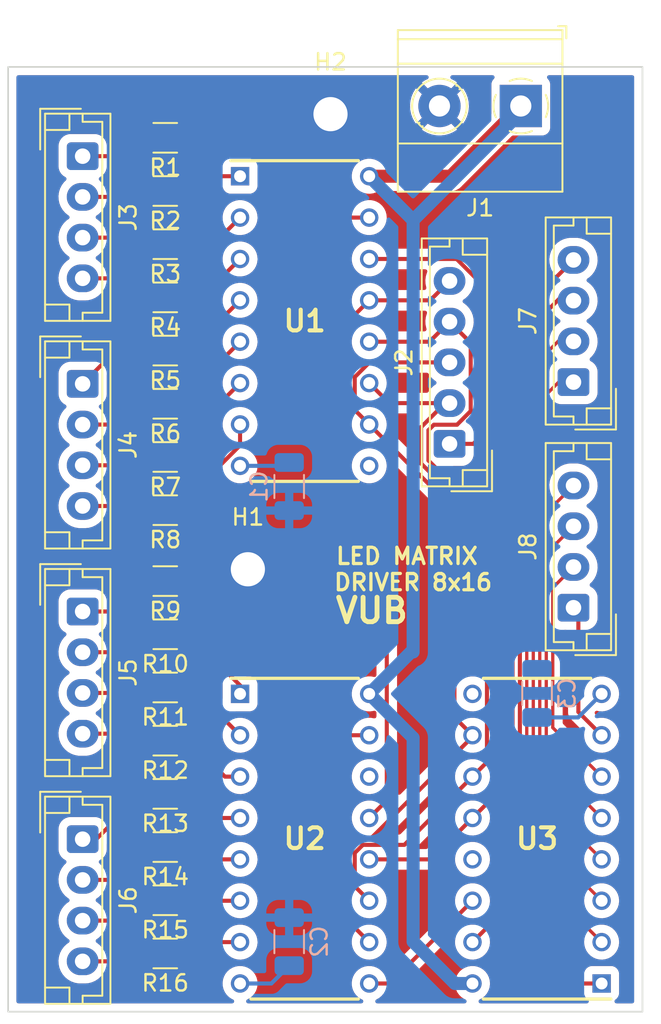
<source format=kicad_pcb>
(kicad_pcb (version 20211014) (generator pcbnew)
  (layers (0 "F.Cu" signal) (31 "B.Cu" signal) (34 "B.Paste" user) (35 "F.Paste" user) (36 "B.SilkS" user "B.Silkscreen") (37 "F.SilkS" user "F.Silkscreen") (38 "B.Mask" user) (39 "F.Mask" user) (44 "Edge.Cuts" user))
  (net 0 "")
  (net 1 "VCC")
  (net 2 "GND")
  (net 4 "Net-(R13-Pad1)")
  (net 5 "Net-(R16-Pad1)")
  (net 6 "Net-(C2-Pad1)")
  (net 7 "Net-(R6-Pad1)")
  (net 8 "Net-(R7-Pad1)")
  (net 9 "Net-(R8-Pad1)")
  (net 10 "Net-(C1-Pad1)")
  (net 11 "/COL5")
  (net 12 "/COL16")
  (net 13 "/COL15")
  (net 14 "/COL14")
  (net 15 "/COL4")
  (net 16 "/COL3")
  (net 17 "/COL2")
  (net 18 "/COL1")
  (net 19 "/SER1")
  (net 20 "/SRCLK1")
  (net 21 "/SRCLR1")
  (net 22 "/RCLK1")
  (net 23 "/OE1")
  (net 24 "/ROW1")
  (net 25 "/ROW2")
  (net 26 "/ROW3")
  (net 27 "/ROW4")
  (net 28 "/COL13")
  (net 29 "/COL9")
  (net 30 "/COL10")
  (net 31 "/COL11")
  (net 32 "/COL12")
  (net 33 "/COL6")
  (net 34 "/COL7")
  (net 35 "/COL8")
  (net 36 "Net-(R10-Pad1)")
  (net 37 "Net-(R9-Pad1)")
  (net 38 "Net-(R5-Pad1)")
  (net 39 "Net-(R4-Pad1)")
  (net 40 "Net-(R3-Pad1)")
  (net 41 "Net-(R2-Pad1)")
  (net 42 "Net-(R1-Pad1)")
  (net 43 "Net-(R11-Pad1)")
  (net 44 "Net-(R12-Pad1)")
  (net 45 "Net-(R14-Pad1)")
  (net 46 "Net-(R15-Pad1)")
  (net 47 "/OE2")
  (net 48 "/SER_ROWS")
  (net 49 "/SER1_B")
  (net 50 "Net-(C3-Pad1)")
  (net 51 "unconnected-(J4-Pad1)")
  (net 54 "/ROW8")
  (net 55 "/ROW7")
  (net 56 "/ROW6")
  (net 57 "/ROW5")
  (footprint "Connector_JST:JST_EH_B4B-EH-A_1x04_P2.50mm_Vertical" (layer "F.Cu") (at 68.58 91.48 -90)
    (fp_text reference "J3" (at 3.75 -2.8 90) (layer "F.SilkS"))
    (fp_text value "COL_1-4")
    (fp_line (start -2.61 2.31) (end 10.11 2.31) (layer "F.SilkS") (width 0.12))
    (fp_line (start 10.11 -1.71) (end -2.61 -1.71) (layer "F.SilkS") (width 0.12))
    (fp_line (start 9.61 -1.21) (end 9.61 0) (layer "F.SilkS") (width 0.12))
    (fp_line (start 9.61 0) (end 10.11 0) (layer "F.SilkS") (width 0.12))
    (fp_line (start 9.11 0.81) (end 9.11 2.31) (layer "F.SilkS") (width 0.12))
    (fp_line (start -2.11 0) (end -2.11 -1.21) (layer "F.SilkS") (width 0.12))
    (fp_line (start -2.61 0) (end -2.11 0) (layer "F.SilkS") (width 0.12))
    (fp_line (start 10.11 0.81) (end 9.11 0.81) (layer "F.SilkS") (width 0.12))
    (fp_line (start -2.61 0.81) (end -1.61 0.81) (layer "F.SilkS") (width 0.12))
    (fp_line (start -1.61 0.81) (end -1.61 2.31) (layer "F.SilkS") (width 0.12))
    (fp_line (start -2.11 -1.21) (end 9.61 -1.21) (layer "F.SilkS") (width 0.12))
    (fp_line (start -2.91 2.61) (end -0.41 2.61) (layer "F.SilkS") (width 0.12))
    (fp_line (start -2.61 -1.71) (end -2.61 2.31) (layer "F.SilkS") (width 0.12))
    (fp_line (start 10.11 2.31) (end 10.11 -1.71) (layer "F.SilkS") (width 0.12))
    (fp_line (start -2.91 0.11) (end -2.91 2.61) (layer "F.SilkS") (width 0.12))
    (pad "1" thru_hole roundrect (at 0 0 270) (size 1.7 1.95) (drill 0.95) (layers *.Cu *.Mask) (roundrect_rratio 0.147059))
    (pad "2" thru_hole oval (at 2.5 0 270) (size 1.7 1.95) (drill 0.95) (layers *.Cu *.Mask))
    (pad "3" thru_hole oval (at 5 0 270) (size 1.7 1.95) (drill 0.95) (layers *.Cu *.Mask) (net 16 "/COL3"))
    (pad "4" thru_hole oval (at 7.5 0 270) (size 1.7 1.95) (drill 0.95) (layers *.Cu *.Mask) (net 15 "/COL4"))
  )
  (footprint "Registers:DIP794W53P254L1930H508Q16N" (layer "F.Cu") (at 82.23 133.38)
    (fp_text reference "U2" (at 0 0) (layer "F.SilkS") (effects (font (size 1.27 1.27) (thickness 0.254))))
    (fp_text value "74HC595" hide)
    (fp_line (start -4.535 -9.845) (end 3.3 -9.845) (layer "F.SilkS") (width 0.2))
    (fp_line (start -3.3 9.845) (end 3.3 9.845) (layer "F.SilkS") (width 0.2))
    (pad "1" thru_hole rect locked (at -3.97 -8.89) (size 1.13 1.13) (drill 0.73) (layers *.Cu *.Mask) (net 36 "Net-(R10-Pad1)"))
    (pad "2" thru_hole circle locked (at -3.97 -6.35) (size 1.13 1.13) (drill 0.73) (layers *.Cu *.Mask) (net 43 "Net-(R11-Pad1)"))
    (pad "3" thru_hole circle locked (at -3.97 -3.81) (size 1.13 1.13) (drill 0.73) (layers *.Cu *.Mask) (net 44 "Net-(R12-Pad1)"))
    (pad "4" thru_hole circle locked (at -3.97 -1.27) (size 1.13 1.13) (drill 0.73) (layers *.Cu *.Mask) (net 4 "Net-(R13-Pad1)"))
    (pad "5" thru_hole circle locked (at -3.97 1.27) (size 1.13 1.13) (drill 0.73) (layers *.Cu *.Mask) (net 45 "Net-(R14-Pad1)"))
    (pad "6" thru_hole circle locked (at -3.97 3.81) (size 1.13 1.13) (drill 0.73) (layers *.Cu *.Mask) (net 46 "Net-(R15-Pad1)"))
    (pad "7" thru_hole circle locked (at -3.97 6.35) (size 1.13 1.13) (drill 0.73) (layers *.Cu *.Mask) (net 5 "Net-(R16-Pad1)"))
    (pad "8" thru_hole circle locked (at -3.97 8.89) (size 1.13 1.13) (drill 0.73) (layers *.Cu *.Mask) (net 6 "Net-(C2-Pad1)"))
    (pad "9" thru_hole circle locked (at 3.97 8.89) (size 1.13 1.13) (drill 0.73) (layers *.Cu *.Mask) (net 48 "/SER_ROWS"))
    (pad "10" thru_hole circle locked (at 3.97 6.35) (size 1.13 1.13) (drill 0.73) (layers *.Cu *.Mask) (net 21 "/SRCLR1"))
    (pad "11" thru_hole circle locked (at 3.97 3.81) (size 1.13 1.13) (drill 0.73) (layers *.Cu *.Mask) (net 20 "/SRCLK1"))
    (pad "12" thru_hole circle locked (at 3.97 1.27) (size 1.13 1.13) (drill 0.73) (layers *.Cu *.Mask) (net 22 "/RCLK1"))
    (pad "13" thru_hole circle locked (at 3.97 -1.27) (size 1.13 1.13) (drill 0.73) (layers *.Cu *.Mask) (net 23 "/OE1"))
    (pad "14" thru_hole circle locked (at 3.97 -3.81) (size 1.13 1.13) (drill 0.73) (layers *.Cu *.Mask) (net 49 "/SER1_B"))
    (pad "15" thru_hole circle locked (at 3.97 -6.35) (size 1.13 1.13) (drill 0.73) (layers *.Cu *.Mask) (net 37 "Net-(R9-Pad1)"))
    (pad "16" thru_hole circle locked (at 3.97 -8.89) (size 1.13 1.13) (drill 0.73) (layers *.Cu *.Mask) (net 1 "VCC"))
  )
  (footprint "Registers:DIP794W53P254L1930H508Q16N" (layer "F.Cu") (at 96.52 133.38 180)
    (fp_text reference "U3" (at 0 0) (layer "F.SilkS") (effects (font (size 1.27 1.27) (thickness 0.254))))
    (fp_text value "74HC595" hide)
    (fp_line (start -4.535 -9.845) (end 3.3 -9.845) (layer "F.SilkS") (width 0.2))
    (fp_line (start -3.3 9.845) (end 3.3 9.845) (layer "F.SilkS") (width 0.2))
    (pad "1" thru_hole rect locked (at -3.97 -8.89 180) (size 1.13 1.13) (drill 0.73) (layers *.Cu *.Mask) (net 25 "/ROW2"))
    (pad "2" thru_hole circle locked (at -3.97 -6.35 180) (size 1.13 1.13) (drill 0.73) (layers *.Cu *.Mask) (net 26 "/ROW3"))
    (pad "3" thru_hole circle locked (at -3.97 -3.81 180) (size 1.13 1.13) (drill 0.73) (layers *.Cu *.Mask) (net 27 "/ROW4"))
    (pad "4" thru_hole circle locked (at -3.97 -1.27 180) (size 1.13 1.13) (drill 0.73) (layers *.Cu *.Mask) (net 57 "/ROW5"))
    (pad "5" thru_hole circle locked (at -3.97 1.27 180) (size 1.13 1.13) (drill 0.73) (layers *.Cu *.Mask) (net 56 "/ROW6"))
    (pad "6" thru_hole circle locked (at -3.97 3.81 180) (size 1.13 1.13) (drill 0.73) (layers *.Cu *.Mask) (net 55 "/ROW7"))
    (pad "7" thru_hole circle locked (at -3.97 6.35 180) (size 1.13 1.13) (drill 0.73) (layers *.Cu *.Mask) (net 54 "/ROW8"))
    (pad "8" thru_hole circle locked (at -3.97 8.89 180) (size 1.13 1.13) (drill 0.73) (layers *.Cu *.Mask) (net 50 "Net-(C3-Pad1)"))
    (pad "9" thru_hole circle locked (at 3.97 8.89 180) (size 1.13 1.13) (drill 0.73) (layers *.Cu *.Mask))
    (pad "10" thru_hole circle locked (at 3.97 6.35 180) (size 1.13 1.13) (drill 0.73) (layers *.Cu *.Mask) (net 21 "/SRCLR1"))
    (pad "11" thru_hole circle locked (at 3.97 3.81 180) (size 1.13 1.13) (drill 0.73) (layers *.Cu *.Mask) (net 20 "/SRCLK1"))
    (pad "12" thru_hole circle locked (at 3.97 1.27 180) (size 1.13 1.13) (drill 0.73) (layers *.Cu *.Mask) (net 22 "/RCLK1"))
    (pad "13" thru_hole circle locked (at 3.97 -1.27 180) (size 1.13 1.13) (drill 0.73) (layers *.Cu *.Mask) (net 47 "/OE2"))
    (pad "14" thru_hole circle locked (at 3.97 -3.81 180) (size 1.13 1.13) (drill 0.73) (layers *.Cu *.Mask) (net 48 "/SER_ROWS"))
    (pad "15" thru_hole circle locked (at 3.97 -6.35 180) (size 1.13 1.13) (drill 0.73) (layers *.Cu *.Mask) (net 24 "/ROW1"))
    (pad "16" thru_hole circle locked (at 3.97 -8.89 180) (size 1.13 1.13) (drill 0.73) (layers *.Cu *.Mask) (net 1 "VCC"))
  )
  (footprint "Connector_JST:JST_EH_B4B-EH-A_1x04_P2.50mm_Vertical" (layer "F.Cu") (at 68.58 105.456666 -90)
    (fp_text reference "J4" (at 3.75 -2.8 90) (layer "F.SilkS"))
    (fp_text value "COL_5-8")
    (fp_line (start -2.91 0.11) (end -2.91 2.61) (layer "F.SilkS") (width 0.12))
    (fp_line (start -2.11 0) (end -2.11 -1.21) (layer "F.SilkS") (width 0.12))
    (fp_line (start 9.11 0.81) (end 9.11 2.31) (layer "F.SilkS") (width 0.12))
    (fp_line (start 9.61 0) (end 10.11 0) (layer "F.SilkS") (width 0.12))
    (fp_line (start 9.61 -1.21) (end 9.61 0) (layer "F.SilkS") (width 0.12))
    (fp_line (start -2.61 0.81) (end -1.61 0.81) (layer "F.SilkS") (width 0.12))
    (fp_line (start -2.61 2.31) (end 10.11 2.31) (layer "F.SilkS") (width 0.12))
    (fp_line (start -2.91 2.61) (end -0.41 2.61) (layer "F.SilkS") (width 0.12))
    (fp_line (start -2.11 -1.21) (end 9.61 -1.21) (layer "F.SilkS") (width 0.12))
    (fp_line (start 10.11 -1.71) (end -2.61 -1.71) (layer "F.SilkS") (width 0.12))
    (fp_line (start 10.11 2.31) (end 10.11 -1.71) (layer "F.SilkS") (width 0.12))
    (fp_line (start -2.61 -1.71) (end -2.61 2.31) (layer "F.SilkS") (width 0.12))
    (fp_line (start -1.61 0.81) (end -1.61 2.31) (layer "F.SilkS") (width 0.12))
    (fp_line (start -2.61 0) (end -2.11 0) (layer "F.SilkS") (width 0.12))
    (fp_line (start 10.11 0.81) (end 9.11 0.81) (layer "F.SilkS") (width 0.12))
    (pad "1" thru_hole roundrect (at 0 0 270) (size 1.7 1.95) (drill 0.95) (layers *.Cu *.Mask) (roundrect_rratio 0.147059) (net 51 "unconnected-(J4-Pad1)"))
    (pad "2" thru_hole oval (at 2.5 0 270) (size 1.7 1.95) (drill 0.95) (layers *.Cu *.Mask) (net 33 "/COL6"))
    (pad "3" thru_hole oval (at 5 0 270) (size 1.7 1.95) (drill 0.95) (layers *.Cu *.Mask) (net 34 "/COL7"))
    (pad "4" thru_hole oval (at 7.5 0 270) (size 1.7 1.95) (drill 0.95) (layers *.Cu *.Mask) (net 35 "/COL8"))
  )
  (footprint "Resistor_SMD:R_1206_3216Metric" (layer "F.Cu") (at 73.66 109.945714 180)
    (fp_text reference "R7" (at 0 -1.82) (layer "F.SilkS"))
    (fp_text value "R300")
    (fp_line (start -0.727064 -0.91) (end 0.727064 -0.91) (layer "F.SilkS") (width 0.12))
    (fp_line (start -0.727064 0.91) (end 0.727064 0.91) (layer "F.SilkS") (width 0.12))
    (pad "1" smd roundrect (at -1.4625 0 180) (size 1.125 1.75) (layers "F.Cu" "F.Paste" "F.Mask") (roundrect_rratio 0.222222) (net 8 "Net-(R7-Pad1)"))
    (pad "2" smd roundrect (at 1.4625 0 180) (size 1.125 1.75) (layers "F.Cu" "F.Paste" "F.Mask") (roundrect_rratio 0.222222) (net 34 "/COL7"))
  )
  (footprint "Resistor_SMD:R_1206_3216Metric" (layer "F.Cu") (at 73.66 106.68 180)
    (fp_text reference "R6" (at 0 -1.82) (layer "F.SilkS"))
    (fp_text value "R300")
    (fp_line (start -0.727064 -0.91) (end 0.727064 -0.91) (layer "F.SilkS") (width 0.12))
    (fp_line (start -0.727064 0.91) (end 0.727064 0.91) (layer "F.SilkS") (width 0.12))
    (pad "1" smd roundrect (at -1.4625 0 180) (size 1.125 1.75) (layers "F.Cu" "F.Paste" "F.Mask") (roundrect_rratio 0.222222) (net 7 "Net-(R6-Pad1)"))
    (pad "2" smd roundrect (at 1.4625 0 180) (size 1.125 1.75) (layers "F.Cu" "F.Paste" "F.Mask") (roundrect_rratio 0.222222) (net 33 "/COL6"))
  )
  (footprint "Resistor_SMD:R_1206_3216Metric" (layer "F.Cu") (at 73.66 130.628572 180)
    (fp_text reference "R13" (at 0 -1.82) (layer "F.SilkS"))
    (fp_text value "R300")
    (fp_line (start -0.727064 0.91) (end 0.727064 0.91) (layer "F.SilkS") (width 0.12))
    (fp_line (start -0.727064 -0.91) (end 0.727064 -0.91) (layer "F.SilkS") (width 0.12))
    (pad "1" smd roundrect (at -1.4625 0 180) (size 1.125 1.75) (layers "F.Cu" "F.Paste" "F.Mask") (roundrect_rratio 0.222222) (net 4 "Net-(R13-Pad1)"))
    (pad "2" smd roundrect (at 1.4625 0 180) (size 1.125 1.75) (layers "F.Cu" "F.Paste" "F.Mask") (roundrect_rratio 0.222222) (net 28 "/COL13"))
  )
  (footprint "Connector_JST:JST_EH_B4B-EH-A_1x04_P2.50mm_Vertical" (layer "F.Cu") (at 98.76 119.2 90)
    (fp_text reference "J8" (at 3.75 -2.8 90) (layer "F.SilkS"))
    (fp_text value "ROW_5-8")
    (fp_line (start -2.91 2.61) (end -0.41 2.61) (layer "F.SilkS") (width 0.12))
    (fp_line (start -2.61 0) (end -2.11 0) (layer "F.SilkS") (width 0.12))
    (fp_line (start -1.61 0.81) (end -1.61 2.31) (layer "F.SilkS") (width 0.12))
    (fp_line (start -2.11 -1.21) (end 9.61 -1.21) (layer "F.SilkS") (width 0.12))
    (fp_line (start -2.91 0.11) (end -2.91 2.61) (layer "F.SilkS") (width 0.12))
    (fp_line (start 9.61 0) (end 10.11 0) (layer "F.SilkS") (width 0.12))
    (fp_line (start 10.11 0.81) (end 9.11 0.81) (layer "F.SilkS") (width 0.12))
    (fp_line (start 10.11 2.31) (end 10.11 -1.71) (layer "F.SilkS") (width 0.12))
    (fp_line (start 9.61 -1.21) (end 9.61 0) (layer "F.SilkS") (width 0.12))
    (fp_line (start -2.11 0) (end -2.11 -1.21) (layer "F.SilkS") (width 0.12))
    (fp_line (start -2.61 0.81) (end -1.61 0.81) (layer "F.SilkS") (width 0.12))
    (fp_line (start 9.11 0.81) (end 9.11 2.31) (layer "F.SilkS") (width 0.12))
    (fp_line (start -2.61 2.31) (end 10.11 2.31) (layer "F.SilkS") (width 0.12))
    (fp_line (start 10.11 -1.71) (end -2.61 -1.71) (layer "F.SilkS") (width 0.12))
    (fp_line (start -2.61 -1.71) (end -2.61 2.31) (layer "F.SilkS") (width 0.12))
    (pad "1" thru_hole roundrect (at 0 0 90) (size 1.7 1.95) (drill 0.95) (layers *.Cu *.Mask) (roundrect_rratio 0.147059) (net 54 "/ROW8"))
    (pad "2" thru_hole oval (at 2.5 0 90) (size 1.7 1.95) (drill 0.95) (layers *.Cu *.Mask) (net 55 "/ROW7"))
    (pad "3" thru_hole oval (at 5 0 90) (size 1.7 1.95) (drill 0.95) (layers *.Cu *.Mask) (net 56 "/ROW6"))
    (pad "4" thru_hole oval (at 7.5 0 90) (size 1.7 1.95) (drill 0.95) (layers *.Cu *.Mask) (net 57 "/ROW5"))
  )
  (footprint "MountingHole:MountingHole_2.1mm" (layer "F.Cu") (at 83.82 88.9)
    (fp_text reference "H2" (at 0 -3.2) (layer "F.SilkS"))
    (fp_text value "MountingHole")
    (pad "" np_thru_hole circle (at 0 0) (size 2.1 2.1) (drill 2.1) (layers *.Cu *.Mask))
  )
  (footprint "Resistor_SMD:R_1206_3216Metric" (layer "F.Cu") (at 73.66 90.35143 180)
    (fp_text reference "R1" (at 0 -1.82) (layer "F.SilkS"))
    (fp_text value "R300")
    (fp_line (start -0.727064 -0.91) (end 0.727064 -0.91) (layer "F.SilkS") (width 0.12))
    (fp_line (start -0.727064 0.91) (end 0.727064 0.91) (layer "F.SilkS") (width 0.12))
    (pad "1" smd roundrect (at -1.4625 0 180) (size 1.125 1.75) (layers "F.Cu" "F.Paste" "F.Mask") (roundrect_rratio 0.222222) (net 42 "Net-(R1-Pad1)"))
    (pad "2" smd roundrect (at 1.4625 0 180) (size 1.125 1.75) (layers "F.Cu" "F.Paste" "F.Mask") (roundrect_rratio 0.222222) (net 18 "/COL1"))
  )
  (footprint "MountingHole:MountingHole_2.1mm" (layer "F.Cu") (at 78.74 116.84)
    (fp_text reference "H1" (at 0 -3.2) (layer "F.SilkS"))
    (fp_text value "MountingHole")
    (pad "" np_thru_hole circle (at 0 0) (size 2.1 2.1) (drill 2.1) (layers *.Cu *.Mask))
  )
  (footprint "Connector_JST:JST_EH_B4B-EH-A_1x04_P2.50mm_Vertical" (layer "F.Cu") (at 68.58 119.433332 -90)
    (fp_text reference "J5" (at 3.75 -2.8 90) (layer "F.SilkS"))
    (fp_text value "COL_9-12")
    (fp_line (start -2.91 0.11) (end -2.91 2.61) (layer "F.SilkS") (width 0.12))
    (fp_line (start -2.61 0.81) (end -1.61 0.81) (layer "F.SilkS") (width 0.12))
    (fp_line (start -2.11 0) (end -2.11 -1.21) (layer "F.SilkS") (width 0.12))
    (fp_line (start -2.91 2.61) (end -0.41 2.61) (layer "F.SilkS") (width 0.12))
    (fp_line (start 9.11 0.81) (end 9.11 2.31) (layer "F.SilkS") (width 0.12))
    (fp_line (start 10.11 -1.71) (end -2.61 -1.71) (layer "F.SilkS") (width 0.12))
    (fp_line (start -2.11 -1.21) (end 9.61 -1.21) (layer "F.SilkS") (width 0.12))
    (fp_line (start -2.61 -1.71) (end -2.61 2.31) (layer "F.SilkS") (width 0.12))
    (fp_line (start 9.61 -1.21) (end 9.61 0) (layer "F.SilkS") (width 0.12))
    (fp_line (start 9.61 0) (end 10.11 0) (layer "F.SilkS") (width 0.12))
    (fp_line (start -2.61 0) (end -2.11 0) (layer "F.SilkS") (width 0.12))
    (fp_line (start -2.61 2.31) (end 10.11 2.31) (layer "F.SilkS") (width 0.12))
    (fp_line (start 10.11 2.31) (end 10.11 -1.71) (layer "F.SilkS") (width 0.12))
    (fp_line (start -1.61 0.81) (end -1.61 2.31) (layer "F.SilkS") (width 0.12))
    (fp_line (start 10.11 0.81) (end 9.11 0.81) (layer "F.SilkS") (width 0.12))
    (pad "1" thru_hole roundrect (at 0 0 270) (size 1.7 1.95) (drill 0.95) (layers *.Cu *.Mask) (roundrect_rratio 0.147059) (net 29 "/COL9"))
    (pad "2" thru_hole oval (at 2.5 0 270) (size 1.7 1.95) (drill 0.95) (layers *.Cu *.Mask) (net 30 "/COL10"))
    (pad "3" thru_hole oval (at 5 0 270) (size 1.7 1.95) (drill 0.95) (layers *.Cu *.Mask) (net 31 "/COL11"))
    (pad "4" thru_hole oval (at 7.5 0 270) (size 1.7 1.95) (drill 0.95) (layers *.Cu *.Mask) (net 32 "/COL12"))
  )
  (footprint "Connector_JST:JST_EH_B4B-EH-A_1x04_P2.50mm_Vertical" (layer "F.Cu") (at 98.76 105.35 90)
    (fp_text reference "J7" (at 3.75 -2.8 90) (layer "F.SilkS"))
    (fp_text value "ROW_1-4")
    (fp_line (start 10.11 -1.71) (end -2.61 -1.71) (layer "F.SilkS") (width 0.12))
    (fp_line (start 10.11 2.31) (end 10.11 -1.71) (layer "F.SilkS") (width 0.12))
    (fp_line (start 10.11 0.81) (end 9.11 0.81) (layer "F.SilkS") (width 0.12))
    (fp_line (start -2.61 2.31) (end 10.11 2.31) (layer "F.SilkS") (width 0.12))
    (fp_line (start 9.11 0.81) (end 9.11 2.31) (layer "F.SilkS") (width 0.12))
    (fp_line (start -2.61 0.81) (end -1.61 0.81) (layer "F.SilkS") (width 0.12))
    (fp_line (start -2.11 -1.21) (end 9.61 -1.21) (layer "F.SilkS") (width 0.12))
    (fp_line (start 9.61 0) (end 10.11 0) (layer "F.SilkS") (width 0.12))
    (fp_line (start -2.91 2.61) (end -0.41 2.61) (layer "F.SilkS") (width 0.12))
    (fp_line (start -2.11 0) (end -2.11 -1.21) (layer "F.SilkS") (width 0.12))
    (fp_line (start 9.61 -1.21) (end 9.61 0) (layer "F.SilkS") (width 0.12))
    (fp_line (start -2.61 0) (end -2.11 0) (layer "F.SilkS") (width 0.12))
    (fp_line (start -1.61 0.81) (end -1.61 2.31) (layer "F.SilkS") (width 0.12))
    (fp_line (start -2.61 -1.71) (end -2.61 2.31) (layer "F.SilkS") (width 0.12))
    (fp_line (start -2.91 0.11) (end -2.91 2.61) (layer "F.SilkS") (width 0.12))
    (pad "1" thru_hole roundrect (at 0 0 90) (size 1.7 1.95) (drill 0.95) (layers *.Cu *.Mask) (roundrect_rratio 0.147059) (net 27 "/ROW4"))
    (pad "2" thru_hole oval (at 2.5 0 90) (size 1.7 1.95) (drill 0.95) (layers *.Cu *.Mask) (net 26 "/ROW3"))
    (pad "3" thru_hole oval (at 5 0 90) (size 1.7 1.95) (drill 0.95) (layers *.Cu *.Mask) (net 25 "/ROW2"))
    (pad "4" thru_hole oval (at 7.5 0 90) (size 1.7 1.95) (drill 0.95) (layers *.Cu *.Mask) (net 24 "/ROW1"))
  )
  (footprint "Resistor_SMD:R_1206_3216Metric" (layer "F.Cu") (at 73.66 124.097144 180)
    (fp_text reference "R11" (at 0 -1.82) (layer "F.SilkS"))
    (fp_text value "R300")
    (fp_line (start -0.727064 0.91) (end 0.727064 0.91) (layer "F.SilkS") (width 0.12))
    (fp_line (start -0.727064 -0.91) (end 0.727064 -0.91) (layer "F.SilkS") (width 0.12))
    (pad "1" smd roundrect (at -1.4625 0 180) (size 1.125 1.75) (layers "F.Cu" "F.Paste" "F.Mask") (roundrect_rratio 0.222222) (net 43 "Net-(R11-Pad1)"))
    (pad "2" smd roundrect (at 1.4625 0 180) (size 1.125 1.75) (layers "F.Cu" "F.Paste" "F.Mask") (roundrect_rratio 0.222222) (net 31 "/COL11"))
  )
  (footprint "Resistor_SMD:R_1206_3216Metric" (layer "F.Cu") (at 73.66 103.414286 180)
    (fp_text reference "R5" (at 0 -1.82) (layer "F.SilkS"))
    (fp_text value "R300")
    (fp_line (start -0.727064 -0.91) (end 0.727064 -0.91) (layer "F.SilkS") (width 0.12))
    (fp_line (start -0.727064 0.91) (end 0.727064 0.91) (layer "F.SilkS") (width 0.12))
    (pad "1" smd roundrect (at -1.4625 0 180) (size 1.125 1.75) (layers "F.Cu" "F.Paste" "F.Mask") (roundrect_rratio 0.222222) (net 38 "Net-(R5-Pad1)"))
    (pad "2" smd roundrect (at 1.4625 0 180) (size 1.125 1.75) (layers "F.Cu" "F.Paste" "F.Mask") (roundrect_rratio 0.222222) (net 11 "/COL5"))
  )
  (footprint "Registers:DIP794W53P254L1930H508Q16N" (layer "F.Cu") (at 82.23 101.6)
    (fp_text reference "U1" (at 0 0) (layer "F.SilkS") (effects (font (size 1.27 1.27) (thickness 0.254))))
    (fp_text value "74HC595" hide)
    (fp_line (start -4.535 -9.845) (end 3.3 -9.845) (layer "F.SilkS") (width 0.2))
    (fp_line (start -3.3 9.845) (end 3.3 9.845) (layer "F.SilkS") (width 0.2))
    (pad "1" thru_hole rect locked (at -3.97 -8.89) (size 1.13 1.13) (drill 0.73) (layers *.Cu *.Mask) (net 41 "Net-(R2-Pad1)"))
    (pad "2" thru_hole circle locked (at -3.97 -6.35) (size 1.13 1.13) (drill 0.73) (layers *.Cu *.Mask) (net 40 "Net-(R3-Pad1)"))
    (pad "3" thru_hole circle locked (at -3.97 -3.81) (size 1.13 1.13) (drill 0.73) (layers *.Cu *.Mask) (net 39 "Net-(R4-Pad1)"))
    (pad "4" thru_hole circle locked (at -3.97 -1.27) (size 1.13 1.13) (drill 0.73) (layers *.Cu *.Mask) (net 38 "Net-(R5-Pad1)"))
    (pad "5" thru_hole circle locked (at -3.97 1.27) (size 1.13 1.13) (drill 0.73) (layers *.Cu *.Mask) (net 7 "Net-(R6-Pad1)"))
    (pad "6" thru_hole circle locked (at -3.97 3.81) (size 1.13 1.13) (drill 0.73) (layers *.Cu *.Mask) (net 8 "Net-(R7-Pad1)"))
    (pad "7" thru_hole circle locked (at -3.97 6.35) (size 1.13 1.13) (drill 0.73) (layers *.Cu *.Mask) (net 9 "Net-(R8-Pad1)"))
    (pad "8" thru_hole circle locked (at -3.97 8.89) (size 1.13 1.13) (drill 0.73) (layers *.Cu *.Mask) (net 10 "Net-(C1-Pad1)"))
    (pad "9" thru_hole circle locked (at 3.97 8.89) (size 1.13 1.13) (drill 0.73) (layers *.Cu *.Mask) (net 49 "/SER1_B"))
    (pad "10" thru_hole circle locked (at 3.97 6.35) (size 1.13 1.13) (drill 0.73) (layers *.Cu *.Mask) (net 21 "/SRCLR1"))
    (pad "11" thru_hole circle locked (at 3.97 3.81) (size 1.13 1.13) (drill 0.73) (layers *.Cu *.Mask) (net 20 "/SRCLK1"))
    (pad "12" thru_hole circle locked (at 3.97 1.27) (size 1.13 1.13) (drill 0.73) (layers *.Cu *.Mask) (net 22 "/RCLK1"))
    (pad "13" thru_hole circle locked (at 3.97 -1.27) (size 1.13 1.13) (drill 0.73) (layers *.Cu *.Mask) (net 23 "/OE1"))
    (pad "14" thru_hole circle locked (at 3.97 -3.81) (size 1.13 1.13) (drill 0.73) (layers *.Cu *.Mask) (net 19 "/SER1"))
    (pad "15" thru_hole circle locked (at 3.97 -6.35) (size 1.13 1.13) (drill 0.73) (layers *.Cu *.Mask) (net 42 "Net-(R1-Pad1)"))
    (pad "16" thru_hole circle locked (at 3.97 -8.89) (size 1.13 1.13) (drill 0.73) (layers *.Cu *.Mask) (net 1 "VCC"))
  )
  (footprint "Connector_JST:JST_EH_B4B-EH-A_1x04_P2.50mm_Vertical" (layer "F.Cu") (at 68.58 133.41 -90)
    (fp_text reference "J6" (at 3.75 -2.8 90) (layer "F.SilkS"))
    (fp_text value "COL_13-16")
    (fp_line (start -2.61 0) (end -2.11 0) (layer "F.SilkS") (width 0.12))
    (fp_line (start 9.11 0.81) (end 9.11 2.31) (layer "F.SilkS") (width 0.12))
    (fp_line (start -2.91 0.11) (end -2.91 2.61) (layer "F.SilkS") (width 0.12))
    (fp_line (start 9.61 -1.21) (end 9.61 0) (layer "F.SilkS") (width 0.12))
    (fp_line (start -2.61 -1.71) (end -2.61 2.31) (layer "F.SilkS") (width 0.12))
    (fp_line (start -2.11 -1.21) (end 9.61 -1.21) (layer "F.SilkS") (width 0.12))
    (fp_line (start 10.11 0.81) (end 9.11 0.81) (layer "F.SilkS") (width 0.12))
    (fp_line (start -2.61 2.31) (end 10.11 2.31) (layer "F.SilkS") (width 0.12))
    (fp_line (start -2.11 0) (end -2.11 -1.21) (layer "F.SilkS") (width 0.12))
    (fp_line (start 10.11 2.31) (end 10.11 -1.71) (layer "F.SilkS") (width 0.12))
    (fp_line (start -2.61 0.81) (end -1.61 0.81) (layer "F.SilkS") (width 0.12))
    (fp_line (start -1.61 0.81) (end -1.61 2.31) (layer "F.SilkS") (width 0.12))
    (fp_line (start 9.61 0) (end 10.11 0) (layer "F.SilkS") (width 0.12))
    (fp_line (start 10.11 -1.71) (end -2.61 -1.71) (layer "F.SilkS") (width 0.12))
    (fp_line (start -2.91 2.61) (end -0.41 2.61) (layer "F.SilkS") (width 0.12))
    (pad "1" thru_hole roundrect (at 0 0 270) (size 1.7 1.95) (drill 0.95) (layers *.Cu *.Mask) (roundrect_rratio 0.147059) (net 28 "/COL13"))
    (pad "2" thru_hole oval (at 2.5 0 270) (size 1.7 1.95) (drill 0.95) (layers *.Cu *.Mask) (net 14 "/COL14"))
    (pad "3" thru_hole oval (at 5 0 270) (size 1.7 1.95) (drill 0.95) (layers *.Cu *.Mask) (net 13 "/COL15"))
    (pad "4" thru_hole oval (at 7.5 0 270) (size 1.7 1.95) (drill 0.95) (layers *.Cu *.Mask) (net 12 "/COL16"))
  )
  (footprint "Resistor_SMD:R_1206_3216Metric" (layer "F.Cu") (at 73.66 100.148572 180)
    (fp_text reference "R4" (at 0 -1.82) (layer "F.SilkS"))
    (fp_text value "R300")
    (fp_line (start -0.727064 0.91) (end 0.727064 0.91) (layer "F.SilkS") (width 0.12))
    (fp_line (start -0.727064 -0.91) (end 0.727064 -0.91) (layer "F.SilkS") (width 0.12))
    (pad "1" smd roundrect (at -1.4625 0 180) (size 1.125 1.75) (layers "F.Cu" "F.Paste" "F.Mask") (roundrect_rratio 0.222222) (net 39 "Net-(R4-Pad1)"))
    (pad "2" smd roundrect (at 1.4625 0 180) (size 1.125 1.75) (layers "F.Cu" "F.Paste" "F.Mask") (roundrect_rratio 0.222222) (net 15 "/COL4"))
  )
  (footprint "Resistor_SMD:R_1206_3216Metric" (layer "F.Cu") (at 73.66 117.565716 180)
    (fp_text reference "R9" (at 0 -1.82) (layer "F.SilkS"))
    (fp_text value "R300")
    (fp_line (start -0.727064 0.91) (end 0.727064 0.91) (layer "F.SilkS") (width 0.12))
    (fp_line (start -0.727064 -0.91) (end 0.727064 -0.91) (layer "F.SilkS") (width 0.12))
    (pad "1" smd roundrect (at -1.4625 0 180) (size 1.125 1.75) (layers "F.Cu" "F.Paste" "F.Mask") (roundrect_rratio 0.222222) (net 37 "Net-(R9-Pad1)"))
    (pad "2" smd roundrect (at 1.4625 0 180) (size 1.125 1.75) (layers "F.Cu" "F.Paste" "F.Mask") (roundrect_rratio 0.222222) (net 29 "/COL9"))
  )
  (footprint "Connector_JST:JST_EH_B5B-EH-A_1x05_P2.50mm_Vertical" (layer "F.Cu") (at 91.14 109.14 90)
    (fp_text reference "J2" (at 5 -2.8 90) (layer "F.SilkS"))
    (fp_text value "SHIFT")
    (fp_line (start 12.61 -1.71) (end -2.61 -1.71) (layer "F.SilkS") (width 0.12))
    (fp_line (start 12.11 -1.21) (end 12.11 0) (layer "F.SilkS") (width 0.12))
    (fp_line (start 12.61 2.31) (end 12.61 -1.71) (layer "F.SilkS") (width 0.12))
    (fp_line (start 11.61 0.81) (end 11.61 2.31) (layer "F.SilkS") (width 0.12))
    (fp_line (start -2.11 0) (end -2.11 -1.21) (layer "F.SilkS") (width 0.12))
    (fp_line (start -2.91 2.61) (end -0.41 2.61) (layer "F.SilkS") (width 0.12))
    (fp_line (start -2.61 2.31) (end 12.61 2.31) (layer "F.SilkS") (width 0.12))
    (fp_line (start -1.61 0.81) (end -1.61 2.31) (layer "F.SilkS") (width 0.12))
    (fp_line (start -2.11 -1.21) (end 12.11 -1.21) (layer "F.SilkS") (width 0.12))
    (fp_line (start -2.61 -1.71) (end -2.61 2.31) (layer "F.SilkS") (width 0.12))
    (fp_line (start -2.61 0) (end -2.11 0) (layer "F.SilkS") (width 0.12))
    (fp_line (start -2.91 0.11) (end -2.91 2.61) (layer "F.SilkS") (width 0.12))
    (fp_line (start 12.11 0) (end 12.61 0) (layer "F.SilkS") (width 0.12))
    (fp_line (start 12.61 0.81) (end 11.61 0.81) (layer "F.SilkS") (width 0.12))
    (fp_line (start -2.61 0.81) (end -1.61 0.81) (layer "F.SilkS") (width 0.12))
    (pad "1" thru_hole roundrect (at 0 0 90) (size 1.7 1.95) (drill 0.95) (layers *.Cu *.Mask) (roundrect_rratio 0.147059) (net 19 "/SER1"))
    (pad "2" thru_hole oval (at 2.5 0 90) (size 1.7 1.95) (drill 0.95) (layers *.Cu *.Mask) (net 20 "/SRCLK1"))
    (pad "3" thru_hole oval (at 5 0 90) (size 1.7 1.95) (drill 0.95) (layers *.Cu *.Mask) (net 21 "/SRCLR1"))
    (pad "4" thru_hole oval (at 7.5 0 90) (size 1.7 1.95) (drill 0.95) (layers *.Cu *.Mask) (net 22 "/RCLK1"))
    (pad "5" thru_hole oval (at 10 0 90) (size 1.7 1.95) (drill 0.95) (layers *.Cu *.Mask) (net 23 "/OE1"))
  )
  (footprint "TerminalBlock_Phoenix:TerminalBlock_Phoenix_MKDS-1,5-2_1x02_P5.00mm_Horizontal" (layer "F.Cu") (at 95.52 88.4 180)
    (fp_text reference "J1" (at 2.5 -6.26) (layer "F.SilkS"))
    (fp_text value "POWER")
    (fp_line (start 7.56 -5.261) (end 7.56 4.66) (layer "F.SilkS") (width 0.12))
    (fp_line (start 6.07 -1.275) (end 6.035 -1.239) (layer "F.SilkS") (width 0.12))
    (fp_line (start -2.56 -5.261) (end -2.56 4.66) (layer "F.SilkS") (width 0.12))
    (fp_line (start -2.56 -5.261) (end 7.56 -5.261) (layer "F.SilkS") (width 0.12))
    (fp_line (start 3.966 1.239) (end 3.931 1.274) (layer "F.SilkS") (width 0.12))
    (fp_line (start -2.56 4.66) (end 7.56 4.66) (layer "F.SilkS") (width 0.12))
    (fp_line (start -2.56 4.1) (end 7.56 4.1) (layer "F.SilkS") (width 0.12))
    (fp_line (start -2.56 -2.301) (end 7.56 -2.301) (layer "F.SilkS") (width 0.12))
    (fp_line (start -2.8 4.9) (end -2.3 4.9) (layer "F.SilkS") (width 0.12))
    (fp_line (start -2.8 4.16) (end -2.8 4.9) (layer "F.SilkS") (width 0.12))
    (fp_line (start -2.56 2.6) (end 7.56 2.6) (layer "F.SilkS") (width 0.12))
    (fp_line (start 3.773 1.023) (end 3.726 1.069) (layer "F.SilkS") (width 0.12))
    (fp_line (start 6.275 -1.069) (end 6.228 -1.023) (layer "F.SilkS") (width 0.12))
    (fp_arc (start -0.683042 -1.535427) (mid 0.000524 -1.680501) (end 0.684 -1.535) (layer "F.SilkS") (width 0.12))
    (fp_arc (start 0.028805 1.680253) (mid -0.335551 1.646659) (end -0.684 1.535) (layer "F.SilkS") (width 0.12))
    (fp_arc (start -1.535427 0.683042) (mid -1.680501 -0.000524) (end -1.535 -0.684) (layer "F.SilkS") (width 0.12))
    (fp_arc (start 1.535427 -0.683042) (mid 1.680501 0.000524) (end 1.535 0.684) (layer "F.SilkS") (width 0.12))
    (fp_arc (start 0.683318 1.534756) (mid 0.349292 1.643288) (end 0 1.68) (layer "F.SilkS") (width 0.12))
    (fp_circle (center 5 0) (end 6.68 0) (layer "F.SilkS") (width 0.12) (fill none))
    (pad "1" thru_hole rect (at 0 0 180) (size 2.6 2.6) (drill 1.3) (layers *.Cu *.Mask) (net 1 "VCC"))
    (pad "2" thru_hole circle (at 5 0 180) (size 2.6 2.6) (drill 1.3) (layers *.Cu *.Mask) (net 2 "GND"))
  )
  (footprint "Resistor_SMD:R_1206_3216Metric" (layer "F.Cu") (at 73.66 120.83143 180)
    (fp_text reference "R10" (at 0 -1.82) (layer "F.SilkS"))
    (fp_text value "R300")
    (fp_line (start -0.727064 0.91) (end 0.727064 0.91) (layer "F.SilkS") (width 0.12))
    (fp_line (start -0.727064 -0.91) (end 0.727064 -0.91) (layer "F.SilkS") (width 0.12))
    (pad "1" smd roundrect (at -1.4625 0 180) (size 1.125 1.75) (layers "F.Cu" "F.Paste" "F.Mask") (roundrect_rratio 0.222222) (net 36 "Net-(R10-Pad1)"))
    (pad "2" smd roundrect (at 1.4625 0 180) (size 1.125 1.75) (layers "F.Cu" "F.Paste" "F.Mask") (roundrect_rratio 0.222222) (net 30 "/COL10"))
  )
  (footprint "Resistor_SMD:R_1206_3216Metric" (layer "F.Cu") (at 73.66 140.425716 180)
    (fp_text reference "R16" (at 0 -1.82) (layer "F.SilkS"))
    (fp_text value "R300")
    (fp_line (start -0.727064 -0.91) (end 0.727064 -0.91) (layer "F.SilkS") (width 0.12))
    (fp_line (start -0.727064 0.91) (end 0.727064 0.91) (layer "F.SilkS") (width 0.12))
    (pad "1" smd roundrect (at -1.4625 0 180) (size 1.125 1.75) (layers "F.Cu" "F.Paste" "F.Mask") (roundrect_rratio 0.222222) (net 5 "Net-(R16-Pad1)"))
    (pad "2" smd roundrect (at 1.4625 0 180) (size 1.125 1.75) (layers "F.Cu" "F.Paste" "F.Mask") (roundrect_rratio 0.222222) (net 12 "/COL16"))
  )
  (footprint "Resistor_SMD:R_1206_3216Metric" (layer "F.Cu") (at 73.66 93.617144 180)
    (fp_text reference "R2" (at 0 -1.82) (layer "F.SilkS"))
    (fp_text value "R300")
    (fp_line (start -0.727064 0.91) (end 0.727064 0.91) (layer "F.SilkS") (width 0.12))
    (fp_line (start -0.727064 -0.91) (end 0.727064 -0.91) (layer "F.SilkS") (width 0.12))
    (pad "1" smd roundrect (at -1.4625 0 180) (size 1.125 1.75) (layers "F.Cu" "F.Paste" "F.Mask") (roundrect_rratio 0.222222) (net 41 "Net-(R2-Pad1)"))
    (pad "2" smd roundrect (at 1.4625 0 180) (size 1.125 1.75) (layers "F.Cu" "F.Paste" "F.Mask") (roundrect_rratio 0.222222) (net 17 "/COL2"))
  )
  (footprint "Resistor_SMD:R_1206_3216Metric" (layer "F.Cu") (at 73.66 96.882858 180)
    (fp_text reference "R3" (at 0 -1.82) (layer "F.SilkS"))
    (fp_text value "R300")
    (fp_line (start -0.727064 0.91) (end 0.727064 0.91) (layer "F.SilkS") (width 0.12))
    (fp_line (start -0.727064 -0.91) (end 0.727064 -0.91) (layer "F.SilkS") (width 0.12))
    (pad "1" smd roundrect (at -1.4625 0 180) (size 1.125 1.75) (layers "F.Cu" "F.Paste" "F.Mask") (roundrect_rratio 0.222222) (net 40 "Net-(R3-Pad1)"))
    (pad "2" smd roundrect (at 1.4625 0 180) (size 1.125 1.75) (layers "F.Cu" "F.Paste" "F.Mask") (roundrect_rratio 0.222222) (net 16 "/COL3"))
  )
  (footprint "Resistor_SMD:R_1206_3216Metric" (layer "F.Cu") (at 73.66 137.16 180)
    (fp_text reference "R15" (at 0 -1.82) (layer "F.SilkS"))
    (fp_text value "R300")
    (fp_line (start -0.727064 -0.91) (end 0.727064 -0.91) (layer "F.SilkS") (width 0.12))
    (fp_line (start -0.727064 0.91) (end 0.727064 0.91) (layer "F.SilkS") (width 0.12))
    (pad "1" smd roundrect (at -1.4625 0 180) (size 1.125 1.75) (layers "F.Cu" "F.Paste" "F.Mask") (roundrect_rratio 0.222222) (net 46 "Net-(R15-Pad1)"))
    (pad "2" smd roundrect (at 1.4625 0 180) (size 1.125 1.75) (layers "F.Cu" "F.Paste" "F.Mask") (roundrect_rratio 0.222222) (net 13 "/COL15"))
  )
  (footprint "Resistor_SMD:R_1206_3216Metric" (layer "F.Cu") (at 73.66 127.362858 180)
    (fp_text reference "R12" (at 0 -1.82) (layer "F.SilkS"))
    (fp_text value "R300")
    (fp_line (start -0.727064 0.91) (end 0.727064 0.91) (layer "F.SilkS") (width 0.12))
    (fp_line (start -0.727064 -0.91) (end 0.727064 -0.91) (layer "F.SilkS") (width 0.12))
    (pad "1" smd roundrect (at -1.4625 0 180) (size 1.125 1.75) (layers "F.Cu" "F.Paste" "F.Mask") (roundrect_rratio 0.222222) (net 44 "Net-(R12-Pad1)"))
    (pad "2" smd roundrect (at 1.4625 0 180) (size 1.125 1.75) (layers "F.Cu" "F.Paste" "F.Mask") (roundrect_rratio 0.222222) (net 32 "/COL12"))
  )
  (footprint "Resistor_SMD:R_1206_3216Metric" (layer "F.Cu") (at 73.66 133.894286 180)
    (fp_text reference "R14" (at 0 -1.82) (layer "F.SilkS"))
    (fp_text value "R300")
    (fp_line (start -0.727064 0.91) (end 0.727064 0.91) (layer "F.SilkS") (width 0.12))
    (fp_line (start -0.727064 -0.91) (end 0.727064 -0.91) (layer "F.SilkS") (width 0.12))
    (pad "1" smd roundrect (at -1.4625 0 180) (size 1.125 1.75) (layers "F.Cu" "F.Paste" "F.Mask") (roundrect_rratio 0.222222) (net 45 "Net-(R14-Pad1)"))
    (pad "2" smd roundrect (at 1.4625 0 180) (size 1.125 1.75) (layers "F.Cu" "F.Paste" "F.Mask") (roundrect_rratio 0.222222) (net 14 "/COL14"))
  )
  (footprint "Resistor_SMD:R_1206_3216Metric" (layer "F.Cu") (at 73.66 113.21143 180)
    (fp_text reference "R8" (at 0 -1.82) (layer "F.SilkS"))
    (fp_text value "R300")
    (fp_line (start -0.727064 -0.91) (end 0.727064 -0.91) (layer "F.SilkS") (width 0.12))
    (fp_line (start -0.727064 0.91) (end 0.727064 0.91) (layer "F.SilkS") (width 0.12))
    (pad "1" smd roundrect (at -1.4625 0 180) (size 1.125 1.75) (layers "F.Cu" "F.Paste" "F.Mask") (roundrect_rratio 0.222222) (net 9 "Net-(R8-Pad1)"))
    (pad "2" smd roundrect (at 1.4625 0 180) (size 1.125 1.75) (layers "F.Cu" "F.Paste" "F.Mask") (roundrect_rratio 0.222222) (net 35 "/COL8"))
  )
  (footprint "Capacitor_SMD:C_1206_3216Metric" (layer "B.Cu") (at 81.28 111.76 -90)
    (fp_text reference "C1" (at 0 1.85 90) (layer "B.SilkS") (effects (justify mirror)))
    (fp_text value "10uF")
    (fp_line (start -0.711252 0.91) (end 0.711252 0.91) (layer "B.SilkS") (width 0.12))
    (fp_line (start -0.711252 -0.91) (end 0.711252 -0.91) (layer "B.SilkS") (width 0.12))
    (pad "1" smd roundrect (at -1.475 0 270) (size 1.15 1.8) (layers "B.Cu" "B.Paste" "B.Mask") (roundrect_rratio 0.217391) (net 10 "Net-(C1-Pad1)"))
    (pad "2" smd roundrect (at 1.475 0 270) (size 1.15 1.8) (layers "B.Cu" "B.Paste" "B.Mask") (roundrect_rratio 0.217391) (net 2 "GND"))
  )
  (footprint "Capacitor_SMD:C_1206_3216Metric" (layer "B.Cu") (at 96.52 124.46 90)
    (fp_text reference "C3" (at 0 1.85 90) (layer "B.SilkS") (effects (justify mirror)))
    (fp_text value "10uF")
    (fp_line (start -0.711252 0.91) (end 0.711252 0.91) (layer "B.SilkS") (width 0.12))
    (fp_line (start -0.711252 -0.91) (end 0.711252 -0.91) (layer "B.SilkS") (width 0.12))
    (pad "1" smd roundrect (at -1.475 0 90) (size 1.15 1.8) (layers "B.Cu" "B.Paste" "B.Mask") (roundrect_rratio 0.217391) (net 50 "Net-(C3-Pad1)"))
    (pad "2" smd roundrect (at 1.475 0 90) (size 1.15 1.8) (layers "B.Cu" "B.Paste" "B.Mask") (roundrect_rratio 0.217391) (net 2 "GND"))
  )
  (footprint "Capacitor_SMD:C_1206_3216Metric" (layer "B.Cu") (at 81.28 139.7 90)
    (fp_text reference "C2" (at 0 1.85 90) (layer "B.SilkS") (effects (justify mirror)))
    (fp_text value "10uF")
    (fp_line (start -0.711252 -0.91) (end 0.711252 -0.91) (layer "B.SilkS") (width 0.12))
    (fp_line (start -0.711252 0.91) (end 0.711252 0.91) (layer "B.SilkS") (width 0.12))
    (pad "1" smd roundrect (at -1.475 0 90) (size 1.15 1.8) (layers "B.Cu" "B.Paste" "B.Mask") (roundrect_rratio 0.217391) (net 6 "Net-(C2-Pad1)"))
    (pad "2" smd roundrect (at 1.475 0 90) (size 1.15 1.8) (layers "B.Cu" "B.Paste" "B.Mask") (roundrect_rratio 0.217391) (net 2 "GND"))
  )
  (gr_rect (start 64 86) (end 103 144) (layer "Edge.Cuts") (width 0.1) (fill none))
  (gr_text "VUB" (at 86.36 119.38) (layer "F.SilkS") (effects (font (size 1.5 1.5) (thickness 0.3))))
  (gr_text "LED MATRIX \nDRIVER 8x16" (at 88.9 116.84) (layer "F.SilkS") (effects (font (size 1 1) (thickness 0.2))))
  (segment (start 86.2 92.71) (end 91.21 92.71) (width 0.8) (layer "F.Cu") (net 1))
  (segment (start 86.2 124.49) (end 86.295 124.49) (width 0.25) (layer "F.Cu") (net 1))
  (segment (start 91.21 92.71) (end 95.52 88.4) (width 0.8) (layer "F.Cu") (net 1))
  (segment (start 88.9 139.7) (end 91.47 142.27) (width 0.8) (layer "B.Cu") (net 1))
  (segment (start 88.9 95.41) (end 86.2 92.71) (width 0.8) (layer "B.Cu") (net 1))
  (segment (start 95.52 88.79) (end 95.52 88.4) (width 0.25) (layer "B.Cu") (net 1))
  (segment (start 86.2 124.49) (end 88.77 121.92) (width 0.8) (layer "B.Cu") (net 1))
  (segment (start 88.9 121.92) (end 88.9 95.41) (width 0.8) (layer "B.Cu") (net 1))
  (segment (start 88.77 121.92) (end 88.9 121.92) (width 0.25) (layer "B.Cu") (net 1))
  (segment (start 91.47 142.27) (end 92.55 142.27) (width 0.8) (layer "B.Cu") (net 1))
  (segment (start 88.9 127.19) (end 88.9 139.7) (width 0.8) (layer "B.Cu") (net 1))
  (segment (start 86.2 124.49) (end 88.9 127.19) (width 0.8) (layer "B.Cu") (net 1))
  (segment (start 88.9 95.41) (end 95.52 88.79) (width 0.8) (layer "B.Cu") (net 1))
  (segment (start 76.603928 132.11) (end 75.1225 130.628572) (width 0.25) (layer "F.Cu") (net 4))
  (segment (start 78.26 132.11) (end 76.603928 132.11) (width 0.25) (layer "F.Cu") (net 4))
  (segment (start 75.1225 140.425716) (end 75.818216 139.73) (width 0.25) (layer "F.Cu") (net 5))
  (segment (start 75.818216 139.73) (end 78.26 139.73) (width 0.25) (layer "F.Cu") (net 5))
  (segment (start 78.26 142.27) (end 80.185 142.27) (width 0.25) (layer "B.Cu") (net 6))
  (segment (start 80.185 142.27) (end 81.28 141.175) (width 0.25) (layer "B.Cu") (net 6))
  (segment (start 75.1225 106.68) (end 75.1225 106.0075) (width 0.25) (layer "F.Cu") (net 7))
  (segment (start 75.1225 106.0075) (end 78.26 102.87) (width 0.25) (layer "F.Cu") (net 7))
  (segment (start 78.26 105.41) (end 75.1225 108.5475) (width 0.25) (layer "F.Cu") (net 8))
  (segment (start 75.1225 108.5475) (end 75.1225 109.945714) (width 0.25) (layer "F.Cu") (net 8))
  (segment (start 75.1225 112.36954) (end 78.26 109.23204) (width 0.25) (layer "F.Cu") (net 9))
  (segment (start 78.26 109.23204) (end 78.26 107.95) (width 0.25) (layer "F.Cu") (net 9))
  (segment (start 75.1225 113.21143) (end 75.1225 112.36954) (width 0.25) (layer "F.Cu") (net 9))
  (segment (start 81.075 110.49) (end 81.28 110.285) (width 0.25) (layer "B.Cu") (net 10))
  (segment (start 78.26 110.49) (end 81.075 110.49) (width 0.25) (layer "B.Cu") (net 10))
  (segment (start 71.713216 140.91) (end 72.1975 140.425716) (width 0.25) (layer "F.Cu") (net 12))
  (segment (start 68.58 140.91) (end 71.713216 140.91) (width 0.25) (layer "F.Cu") (net 12))
  (segment (start 70.9475 138.41) (end 72.1975 137.16) (width 0.25) (layer "F.Cu") (net 13))
  (segment (start 68.58 138.41) (end 70.9475 138.41) (width 0.25) (layer "F.Cu") (net 13))
  (segment (start 68.58 135.91) (end 70.181786 135.91) (width 0.25) (layer "F.Cu") (net 14))
  (segment (start 70.181786 135.91) (end 72.1975 133.894286) (width 0.25) (layer "F.Cu") (net 14))
  (segment (start 71.028928 98.98) (end 72.1975 100.148572) (width 0.25) (layer "F.Cu") (net 15))
  (segment (start 68.58 98.98) (end 71.028928 98.98) (width 0.25) (layer "F.Cu") (net 15))
  (segment (start 72.1975 96.882858) (end 71.794642 96.48) (width 0.25) (layer "F.Cu") (net 16))
  (segment (start 71.794642 96.48) (end 68.58 96.48) (width 0.25) (layer "F.Cu") (net 16))
  (segment (start 71.834644 93.98) (end 72.1975 93.617144) (width 0.25) (layer "F.Cu") (net 17))
  (segment (start 68.58 93.98) (end 71.834644 93.98) (width 0.25) (layer "F.Cu") (net 17))
  (segment (start 71.06893 91.48) (end 72.1975 90.35143) (width 0.25) (layer "F.Cu") (net 18))
  (segment (start 68.58 91.48) (end 71.06893 91.48) (width 0.25) (layer "F.Cu") (net 18))
  (segment (start 91.576022 97.79) (end 93.53048 99.744458) (width 0.25) (layer "F.Cu") (net 19))
  (segment (start 86.2 97.79) (end 91.576022 97.79) (width 0.25) (layer "F.Cu") (net 19))
  (segment (start 93.53048 99.744458) (end 93.53048 108.20952) (width 0.25) (layer "F.Cu") (net 19))
  (segment (start 93.53048 108.20952) (end 92.6 109.14) (width 0.25) (layer "F.Cu") (net 19))
  (segment (start 92.6 109.14) (end 91.14 109.14) (width 0.25) (layer "F.Cu") (net 19))
  (segment (start 86.2 137.19) (end 85.310489 136.300489) (width 0.25) (layer "F.Cu") (net 20))
  (segment (start 93.439511 128.680489) (end 93.439511 114.395229) (width 0.25) (layer "F.Cu") (net 20))
  (segment (start 92.55 129.57) (end 93.439511 128.680489) (width 0.25) (layer "F.Cu") (net 20))
  (segment (start 88.359511 133.760489) (end 85.807471 133.760489) (width 0.25) (layer "F.Cu") (net 20))
  (segment (start 90.866789 106.64) (end 91.14 106.64) (width 0.25) (layer "F.Cu") (net 20))
  (segment (start 85.310489 134.257471) (end 85.807471 133.760489) (width 0.25) (layer "F.Cu") (net 20))
  (segment (start 86.2 105.41) (end 87.43 106.64) (width 0.25) (layer "F.Cu") (net 20))
  (segment (start 87.43 106.64) (end 91.14 106.64) (width 0.25) (layer "F.Cu") (net 20))
  (segment (start 93.439511 114.395229) (end 89.39096 110.346677) (width 0.25) (layer "F.Cu") (net 20))
  (segment (start 85.310489 136.300489) (end 85.310489 134.257471) (width 0.25) (layer "F.Cu") (net 20))
  (segment (start 92.55 129.57) (end 88.359511 133.760489) (width 0.25) (layer "F.Cu") (net 20))
  (segment (start 89.39096 110.346677) (end 89.39096 108.115829) (width 0.25) (layer "F.Cu") (net 20))
  (segment (start 89.39096 108.115829) (end 90.866789 106.64) (width 0.25) (layer "F.Cu") (net 20))
  (segment (start 86.2 107.95) (end 85.310489 107.060489) (width 0.25) (layer "F.Cu") (net 21))
  (segment (start 91.44 113.19) (end 91.44 125.92) (width 0.25) (layer "F.Cu") (net 21))
  (segment (start 91.44 125.92) (end 92.55 127.03) (width 0.25) (layer "F.Cu") (net 21))
  (segment (start 84.860969 134.071273) (end 85.621273 133.310969) (width 0.25) (layer "F.Cu") (net 21))
  (segment (start 86.2 139.73) (end 84.860969 138.390969) (width 0.25) (layer "F.Cu") (net 21))
  (segment (start 85.621273 133.310969) (end 86.36 133.310969) (width 0.25) (layer "F.Cu") (net 21))
  (segment (start 92.55 127.120969) (end 92.55 127.03) (width 0.25) (layer "F.Cu") (net 21))
  (segment (start 86.2 107.95) (end 91.44 113.19) (width 0.25) (layer "F.Cu") (net 21))
  (segment (start 85.310489 105.041551) (end 86.21204 104.14) (width 0.25) (layer "F.Cu") (net 21))
  (segment (start 85.310489 107.060489) (end 85.310489 105.041551) (width 0.25) (layer "F.Cu") (net 21))
  (segment (start 86.21204 104.14) (end 91.14 104.14) (width 0.25) (layer "F.Cu") (net 21))
  (segment (start 84.860969 138.390969) (end 84.860969 134.071273) (width 0.25) (layer "F.Cu") (net 21))
  (segment (start 86.36 133.310969) (end 92.55 127.120969) (width 0.25) (layer "F.Cu") (net 21))
  (segment (start 91.600542 107.96548) (end 90.177027 107.96548) (width 0.25) (layer "F.Cu") (net 22))
  (segment (start 86.2 102.87) (end 89.91 102.87) (width 0.25) (layer "F.Cu") (net 22))
  (segment (start 86.2 134.65) (end 90.01 134.65) (width 0.25) (layer "F.Cu") (net 22))
  (segment (start 92.43952 107.126502) (end 91.600542 107.96548) (width 0.25) (layer "F.Cu") (net 22))
  (segment (start 91.14 101.64) (end 92.43952 102.93952) (width 0.25) (layer "F.Cu") (net 22))
  (segment (start 89.84048 110.16048) (end 93.98 114.3) (width 0.25) (layer "F.Cu") (net 22))
  (segment (start 93.98 114.3) (end 93.98 130.68) (width 0.25) (layer "F.Cu") (net 22))
  (segment (start 90.01 134.65) (end 92.55 132.11) (width 0.25) (layer "F.Cu") (net 22))
  (segment (start 90.177027 107.96548) (end 89.84048 108.302027) (width 0.25) (layer "F.Cu") (net 22))
  (segment (start 93.98 130.68) (end 92.55 132.11) (width 0.25) (layer "F.Cu") (net 22))
  (segment (start 89.91 102.87) (end 91.14 101.64) (width 0.25) (layer "F.Cu") (net 22))
  (segment (start 92.43952 102.93952) (end 92.43952 107.126502) (width 0.25) (layer "F.Cu") (net 22))
  (segment (start 89.84048 108.302027) (end 89.84048 110.16048) (width 0.25) (layer "F.Cu") (net 22))
  (segment (start 86.2 132.11) (end 87.279511 131.030489) (width 0.25) (layer "F.Cu") (net 23))
  (segment (start 87.279511 120.299511) (end 83.82 116.84) (width 0.25) (layer "F.Cu") (net 23))
  (segment (start 83.82 102.71) (end 86.2 100.33) (width 0.25) (layer "F.Cu") (net 23))
  (segment (start 89.95 100.33) (end 91.14 99.14) (width 0.25) (layer "F.Cu") (net 23))
  (segment (start 83.82 116.84) (end 83.82 102.71) (width 0.25) (layer "F.Cu") (net 23))
  (segment (start 87.279511 131.030489) (end 87.279511 120.299511) (width 0.25) (layer "F.Cu") (net 23))
  (segment (start 86.2 100.33) (end 89.95 100.33) (width 0.25) (layer "F.Cu") (net 23))
  (segment (start 95.013364 101.596636) (end 95.013364 137.266636) (width 0.25) (layer "F.Cu") (net 24))
  (segment (start 98.76 97.85) (end 95.013364 101.596636) (width 0.25) (layer "F.Cu") (net 24))
  (segment (start 95.013364 137.266636) (end 92.55 139.73) (width 0.25) (layer "F.Cu") (net 24))
  (segment (start 95.462884 138.642884) (end 99.09 142.27) (width 0.25) (layer "F.Cu") (net 25))
  (segment (start 99.09 142.27) (end 100.600489 142.27) (width 0.25) (layer "F.Cu") (net 25))
  (segment (start 97.862884 100.257116) (end 95.462884 102.657116) (width 0.25) (layer "F.Cu") (net 25))
  (segment (start 95.462884 102.657116) (end 95.462884 138.642884) (width 0.25) (layer "F.Cu") (net 25))
  (segment (start 100.49 139.73) (end 95.887403 135.127403) (width 0.2) (layer "F.Cu") (net 26))
  (segment (start 95.887403 104.772597) (end 98.52 102.14) (width 0.2) (layer "F.Cu") (net 26))
  (segment (start 95.887403 135.127403) (end 95.887403 104.772597) (width 0.2) (layer "F.Cu") (net 26))
  (segment (start 100.49 137.19) (end 96.286922 132.986922) (width 0.2) (layer "F.Cu") (net 27))
  (segment (start 96.286922 132.986922) (end 96.286922 106.913078) (width 0.2) (layer "F.Cu") (net 27))
  (segment (start 96.286922 106.913078) (end 97.92 105.28) (width 0.2) (layer "F.Cu") (net 27))
  (segment (start 69.416072 133.41) (end 72.1975 130.628572) (width 0.25) (layer "F.Cu") (net 28))
  (segment (start 68.58 133.41) (end 69.416072 133.41) (width 0.25) (layer "F.Cu") (net 28))
  (segment (start 68.58 119.433332) (end 70.329884 119.433332) (width 0.25) (layer "F.Cu") (net 29))
  (segment (start 70.329884 119.433332) (end 72.1975 117.565716) (width 0.25) (layer "F.Cu") (net 29))
  (segment (start 71.095598 121.933332) (end 72.1975 120.83143) (width 0.25) (layer "F.Cu") (net 30))
  (segment (start 68.58 121.933332) (end 71.095598 121.933332) (width 0.25) (layer "F.Cu") (net 30))
  (segment (start 68.58 124.433332) (end 71.861312 124.433332) (width 0.25) (layer "F.Cu") (net 31))
  (segment (start 71.861312 124.433332) (end 72.1975 124.097144) (width 0.25) (layer "F.Cu") (net 31))
  (segment (start 68.58 126.933332) (end 71.767974 126.933332) (width 0.25) (layer "F.Cu") (net 32))
  (segment (start 71.767974 126.933332) (end 72.1975 127.362858) (width 0.25) (layer "F.Cu") (net 32))
  (segment (start 70.920834 107.956666) (end 72.1975 106.68) (width 0.25) (layer "F.Cu") (net 33))
  (segment (start 68.58 107.956666) (end 70.920834 107.956666) (width 0.25) (layer "F.Cu") (net 33))
  (segment (start 71.686548 110.456666) (end 72.1975 109.945714) (width 0.25) (layer "F.Cu") (net 34))
  (segment (start 68.58 110.456666) (end 71.686548 110.456666) (width 0.25) (layer "F.Cu") (net 34))
  (segment (start 71.942736 112.956666) (end 72.1975 113.21143) (width 0.25) (layer "F.Cu") (net 35))
  (segment (start 68.58 112.956666) (end 71.942736 112.956666) (width 0.25) (layer "F.Cu") (net 35))
  (segment (start 78.26 123.96893) (end 75.1225 120.83143) (width 0.25) (layer "F.Cu") (net 36))
  (segment (start 78.26 124.49) (end 78.26 123.96893) (width 0.25) (layer "F.Cu") (net 36))
  (segment (start 86.2 127.03) (end 83.85 127.03) (width 0.25) (layer "F.Cu") (net 37))
  (segment (start 83.85 127.03) (end 75.1225 118.3025) (width 0.25) (layer "F.Cu") (net 37))
  (segment (start 75.1225 118.3025) (end 75.1225 117.565716) (width 0.25) (layer "F.Cu") (net 37))
  (segment (start 75.1225 103.414286) (end 75.175714 103.414286) (width 0.25) (layer "F.Cu") (net 38))
  (segment (start 75.175714 103.414286) (end 78.26 100.33) (width 0.25) (layer "F.Cu") (net 38))
  (segment (start 75.901428 100.148572) (end 78.26 97.79) (width 0.25) (layer "F.Cu") (net 39))
  (segment (start 75.1225 100.148572) (end 75.901428 100.148572) (width 0.25) (layer "F.Cu") (net 39))
  (segment (start 75.1225 96.882858) (end 76.627142 96.882858) (width 0.25) (layer "F.Cu") (net 40))
  (segment (start 76.627142 96.882858) (end 78.26 95.25) (width 0.25) (layer "F.Cu") (net 40))
  (segment (start 75.1225 93.617144) (end 76.029644 92.71) (width 0.25) (layer "F.Cu") (net 41))
  (segment (start 76.029644 92.71) (end 78.26 92.71) (width 0.25) (layer "F.Cu") (net 41))
  (segment (start 85.09 95.25) (end 86.2 95.25) (width 0.25) (layer "F.Cu") (net 42))
  (segment (start 76.21107 91.44) (end 81.28 91.44) (width 0.25) (layer "F.Cu") (net 42))
  (segment (start 75.1225 90.35143) (end 76.21107 91.44) (width 0.25) (layer "F.Cu") (net 42))
  (segment (start 81.28 91.44) (end 85.09 95.25) (width 0.25) (layer "F.Cu") (net 42))
  (segment (start 75.327144 124.097144) (end 75.1225 124.097144) (width 0.25) (layer "F.Cu") (net 43))
  (segment (start 78.26 127.03) (end 75.327144 124.097144) (width 0.25) (layer "F.Cu") (net 43))
  (segment (start 77.329642 129.57) (end 75.1225 127.362858) (width 0.25) (layer "F.Cu") (net 44))
  (segment (start 78.26 129.57) (end 77.329642 129.57) (width 0.25) (layer "F.Cu") (net 44))
  (segment (start 78.26 134.65) (end 75.878214 134.65) (width 0.25) (layer "F.Cu") (net 45))
  (segment (start 75.878214 134.65) (end 75.1225 133.894286) (width 0.25) (layer "F.Cu") (net 45))
  (segment (start 78.26 137.19) (end 75.1525 137.19) (width 0.25) (layer "F.Cu") (net 46))
  (segment (start 75.1525 137.19) (end 75.1225 137.16) (width 0.25) (layer "F.Cu") (net 46))
  (segment (start 87.47 142.27) (end 92.55 137.19) (width 0.25) (layer "F.Cu") (net 48))
  (segment (start 86.2 142.27) (end 87.47 142.27) (width 0.25) (layer "F.Cu") (net 48))
  (segment (start 100.49 124.49) (end 99.045 125.935) (width 0.25) (layer "B.Cu") (net 50))
  (segment (start 99.045 125.935) (end 96.52 125.935) (width 0.25) (layer "B.Cu") (net 50))
  (segment (start 70.62238 103.414286) (end 72.1975 103.414286) (width 0.25) (layer "F.Cu") (net 51))
  (segment (start 68.58 105.456666) (end 70.62238 103.414286) (width 0.25) (layer "F.Cu") (net 51))
  (segment (start 98.76 119.2) (end 99.06 119.5) (width 0.25) (layer "F.Cu") (net 54))
  (segment (start 98.88 119.2) (end 99.06 119.38) (width 0.25) (layer "F.Cu") (net 54))
  (segment (start 99.06 125.6) (end 100.49 127.03) (width 0.25) (layer "F.Cu") (net 54))
  (segment (start 98.76 119.2) (end 98.88 119.2) (width 0.25) (layer "F.Cu") (net 54))
  (segment (start 99.06 119.5) (end 99.06 125.6) (width 0.25) (layer "F.Cu") (net 54))
  (segment (start 97.48548 117.97452) (end 97.48548 126.56548) (width 0.2) (layer "F.Cu") (net 55))
  (segment (start 97.48548 126.56548) (end 100.49 129.57) (width 0.2) (layer "F.Cu") (net 55))
  (segment (start 98.76 116.7) (end 97.48548 117.97452) (width 0.2) (layer "F.Cu") (net 55))
  (segment (start 98.76 114.2) (end 97.085961 115.874039) (width 0.2) (layer "F.Cu") (net 56))
  (segment (start 97.085961 115.874039) (end 97.085961 128.705961) (width 0.2) (layer "F.Cu") (net 56))
  (segment (start 97.085961 128.705961) (end 100.49 132.11) (width 0.2) (layer "F.Cu") (net 56))
  (segment (start 96.686442 130.846442) (end 100.49 134.65) (width 0.2) (layer "F.Cu") (net 57))
  (segment (start 96.686442 113.773558) (end 96.686442 130.846442) (width 0.2) (layer "F.Cu") (net 57))
  (segment (start 98.76 111.7) (end 96.686442 113.773558) (width 0.2) (layer "F.Cu") (net 57))
  (zone (net 2) (net_name "GND") (layers F&B.Cu) (priority 1) (connect_pads (clearance 0.508)) (min_thickness 0.254) (fill yes (thermal_gap 0.508) (thermal_bridge_width 0.508) (island_removal_mode 1) (island_area_min 0))
    (polygon (pts (xy 104.14 144.78) (xy 63.5 144.78) (xy 63.5 83.82) (xy 104.14 83.82)))
  )
)
</source>
